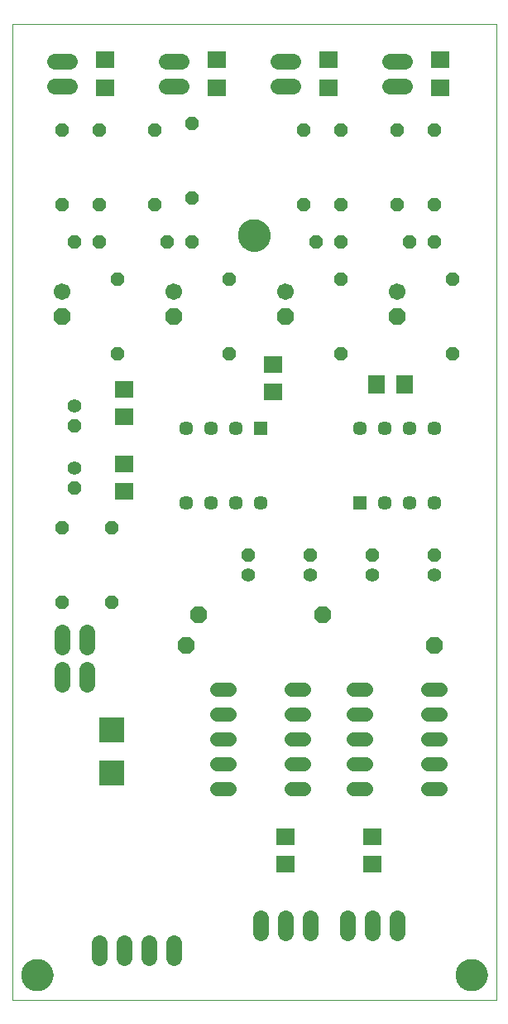
<source format=gbs>
G75*
%MOIN*%
%OFA0B0*%
%FSLAX24Y24*%
%IPPOS*%
%LPD*%
%AMOC8*
5,1,8,0,0,1.08239X$1,22.5*
%
%ADD10C,0.0000*%
%ADD11C,0.1300*%
%ADD12C,0.0640*%
%ADD13OC8,0.0560*%
%ADD14C,0.0560*%
%ADD15R,0.0749X0.0670*%
%ADD16OC8,0.0670*%
%ADD17C,0.0670*%
%ADD18R,0.0750X0.0670*%
%ADD19R,0.0985X0.0985*%
%ADD20C,0.0560*%
%ADD21R,0.0570X0.0570*%
%ADD22C,0.0570*%
%ADD23R,0.0670X0.0750*%
D10*
X000100Y000100D02*
X000100Y039350D01*
X019600Y039350D01*
X019600Y000100D01*
X000100Y000100D01*
X000470Y001100D02*
X000472Y001150D01*
X000478Y001200D01*
X000488Y001249D01*
X000502Y001297D01*
X000519Y001344D01*
X000540Y001389D01*
X000565Y001433D01*
X000593Y001474D01*
X000625Y001513D01*
X000659Y001550D01*
X000696Y001584D01*
X000736Y001614D01*
X000778Y001641D01*
X000822Y001665D01*
X000868Y001686D01*
X000915Y001702D01*
X000963Y001715D01*
X001013Y001724D01*
X001062Y001729D01*
X001113Y001730D01*
X001163Y001727D01*
X001212Y001720D01*
X001261Y001709D01*
X001309Y001694D01*
X001355Y001676D01*
X001400Y001654D01*
X001443Y001628D01*
X001484Y001599D01*
X001523Y001567D01*
X001559Y001532D01*
X001591Y001494D01*
X001621Y001454D01*
X001648Y001411D01*
X001671Y001367D01*
X001690Y001321D01*
X001706Y001273D01*
X001718Y001224D01*
X001726Y001175D01*
X001730Y001125D01*
X001730Y001075D01*
X001726Y001025D01*
X001718Y000976D01*
X001706Y000927D01*
X001690Y000879D01*
X001671Y000833D01*
X001648Y000789D01*
X001621Y000746D01*
X001591Y000706D01*
X001559Y000668D01*
X001523Y000633D01*
X001484Y000601D01*
X001443Y000572D01*
X001400Y000546D01*
X001355Y000524D01*
X001309Y000506D01*
X001261Y000491D01*
X001212Y000480D01*
X001163Y000473D01*
X001113Y000470D01*
X001062Y000471D01*
X001013Y000476D01*
X000963Y000485D01*
X000915Y000498D01*
X000868Y000514D01*
X000822Y000535D01*
X000778Y000559D01*
X000736Y000586D01*
X000696Y000616D01*
X000659Y000650D01*
X000625Y000687D01*
X000593Y000726D01*
X000565Y000767D01*
X000540Y000811D01*
X000519Y000856D01*
X000502Y000903D01*
X000488Y000951D01*
X000478Y001000D01*
X000472Y001050D01*
X000470Y001100D01*
X009220Y030850D02*
X009222Y030900D01*
X009228Y030950D01*
X009238Y030999D01*
X009252Y031047D01*
X009269Y031094D01*
X009290Y031139D01*
X009315Y031183D01*
X009343Y031224D01*
X009375Y031263D01*
X009409Y031300D01*
X009446Y031334D01*
X009486Y031364D01*
X009528Y031391D01*
X009572Y031415D01*
X009618Y031436D01*
X009665Y031452D01*
X009713Y031465D01*
X009763Y031474D01*
X009812Y031479D01*
X009863Y031480D01*
X009913Y031477D01*
X009962Y031470D01*
X010011Y031459D01*
X010059Y031444D01*
X010105Y031426D01*
X010150Y031404D01*
X010193Y031378D01*
X010234Y031349D01*
X010273Y031317D01*
X010309Y031282D01*
X010341Y031244D01*
X010371Y031204D01*
X010398Y031161D01*
X010421Y031117D01*
X010440Y031071D01*
X010456Y031023D01*
X010468Y030974D01*
X010476Y030925D01*
X010480Y030875D01*
X010480Y030825D01*
X010476Y030775D01*
X010468Y030726D01*
X010456Y030677D01*
X010440Y030629D01*
X010421Y030583D01*
X010398Y030539D01*
X010371Y030496D01*
X010341Y030456D01*
X010309Y030418D01*
X010273Y030383D01*
X010234Y030351D01*
X010193Y030322D01*
X010150Y030296D01*
X010105Y030274D01*
X010059Y030256D01*
X010011Y030241D01*
X009962Y030230D01*
X009913Y030223D01*
X009863Y030220D01*
X009812Y030221D01*
X009763Y030226D01*
X009713Y030235D01*
X009665Y030248D01*
X009618Y030264D01*
X009572Y030285D01*
X009528Y030309D01*
X009486Y030336D01*
X009446Y030366D01*
X009409Y030400D01*
X009375Y030437D01*
X009343Y030476D01*
X009315Y030517D01*
X009290Y030561D01*
X009269Y030606D01*
X009252Y030653D01*
X009238Y030701D01*
X009228Y030750D01*
X009222Y030800D01*
X009220Y030850D01*
X017970Y001100D02*
X017972Y001150D01*
X017978Y001200D01*
X017988Y001249D01*
X018002Y001297D01*
X018019Y001344D01*
X018040Y001389D01*
X018065Y001433D01*
X018093Y001474D01*
X018125Y001513D01*
X018159Y001550D01*
X018196Y001584D01*
X018236Y001614D01*
X018278Y001641D01*
X018322Y001665D01*
X018368Y001686D01*
X018415Y001702D01*
X018463Y001715D01*
X018513Y001724D01*
X018562Y001729D01*
X018613Y001730D01*
X018663Y001727D01*
X018712Y001720D01*
X018761Y001709D01*
X018809Y001694D01*
X018855Y001676D01*
X018900Y001654D01*
X018943Y001628D01*
X018984Y001599D01*
X019023Y001567D01*
X019059Y001532D01*
X019091Y001494D01*
X019121Y001454D01*
X019148Y001411D01*
X019171Y001367D01*
X019190Y001321D01*
X019206Y001273D01*
X019218Y001224D01*
X019226Y001175D01*
X019230Y001125D01*
X019230Y001075D01*
X019226Y001025D01*
X019218Y000976D01*
X019206Y000927D01*
X019190Y000879D01*
X019171Y000833D01*
X019148Y000789D01*
X019121Y000746D01*
X019091Y000706D01*
X019059Y000668D01*
X019023Y000633D01*
X018984Y000601D01*
X018943Y000572D01*
X018900Y000546D01*
X018855Y000524D01*
X018809Y000506D01*
X018761Y000491D01*
X018712Y000480D01*
X018663Y000473D01*
X018613Y000470D01*
X018562Y000471D01*
X018513Y000476D01*
X018463Y000485D01*
X018415Y000498D01*
X018368Y000514D01*
X018322Y000535D01*
X018278Y000559D01*
X018236Y000586D01*
X018196Y000616D01*
X018159Y000650D01*
X018125Y000687D01*
X018093Y000726D01*
X018065Y000767D01*
X018040Y000811D01*
X018019Y000856D01*
X018002Y000903D01*
X017988Y000951D01*
X017978Y001000D01*
X017972Y001050D01*
X017970Y001100D01*
D11*
X018600Y001100D03*
X009850Y030850D03*
X001100Y001100D03*
D12*
X003600Y001800D02*
X003600Y002400D01*
X004600Y002400D02*
X004600Y001800D01*
X005600Y001800D02*
X005600Y002400D01*
X006600Y002400D02*
X006600Y001800D01*
X010100Y002800D02*
X010100Y003400D01*
X011100Y003400D02*
X011100Y002800D01*
X012100Y002800D02*
X012100Y003400D01*
X013600Y003400D02*
X013600Y002800D01*
X014600Y002800D02*
X014600Y003400D01*
X015600Y003400D02*
X015600Y002800D01*
X003100Y012800D02*
X003100Y013400D01*
X003100Y014300D02*
X003100Y014900D01*
X002100Y014900D02*
X002100Y014300D01*
X002100Y013400D02*
X002100Y012800D01*
X002400Y036850D02*
X001800Y036850D01*
X001800Y037850D02*
X002400Y037850D01*
X006300Y037850D02*
X006900Y037850D01*
X006900Y036850D02*
X006300Y036850D01*
X010800Y036850D02*
X011400Y036850D01*
X011400Y037850D02*
X010800Y037850D01*
X015300Y037850D02*
X015900Y037850D01*
X015900Y036850D02*
X015300Y036850D01*
D13*
X015600Y035100D03*
X017100Y035100D03*
X017100Y032100D03*
X017100Y030600D03*
X017850Y029100D03*
X017850Y026100D03*
X016100Y030600D03*
X015600Y032100D03*
X013350Y032100D03*
X013350Y030600D03*
X013350Y029100D03*
X012350Y030600D03*
X011850Y032100D03*
X011850Y035100D03*
X013350Y035100D03*
X013350Y026100D03*
X012100Y018000D03*
X009600Y018000D03*
X008850Y026100D03*
X008850Y029100D03*
X007350Y030600D03*
X006350Y030600D03*
X005850Y032100D03*
X005850Y035100D03*
X007350Y035350D03*
X007350Y032350D03*
X004350Y029100D03*
X003600Y030600D03*
X003600Y032100D03*
X002600Y030600D03*
X002100Y032100D03*
X002100Y035100D03*
X003600Y035100D03*
X004350Y026100D03*
X002600Y023200D03*
X002600Y020700D03*
X002100Y019100D03*
X002100Y016100D03*
X004100Y016100D03*
X004100Y019100D03*
X014600Y018000D03*
X017100Y018000D03*
D14*
X017100Y017200D03*
X014600Y017200D03*
X012100Y017200D03*
X009600Y017200D03*
X002600Y021500D03*
X002600Y024000D03*
D15*
X004600Y023549D03*
X004600Y024651D03*
X004600Y021651D03*
X004600Y020549D03*
X010600Y024549D03*
X010600Y025651D03*
D16*
X011100Y027600D03*
X006600Y027600D03*
X002100Y027600D03*
X007600Y015600D03*
X007100Y014350D03*
X012600Y015600D03*
X017100Y014350D03*
X015600Y027600D03*
D17*
X015600Y028600D03*
X011100Y028600D03*
X006600Y028600D03*
X002100Y028600D03*
D18*
X003850Y036790D03*
X003850Y037910D03*
X008350Y037910D03*
X008350Y036790D03*
X012850Y036790D03*
X012850Y037910D03*
X017350Y037910D03*
X017350Y036790D03*
X014600Y006660D03*
X014600Y005540D03*
X011100Y005540D03*
X011100Y006660D03*
D19*
X004100Y009234D03*
X004100Y010966D03*
D20*
X008340Y010600D02*
X008860Y010600D01*
X008860Y009600D02*
X008340Y009600D01*
X008340Y008600D02*
X008860Y008600D01*
X008860Y011600D02*
X008340Y011600D01*
X008340Y012600D02*
X008860Y012600D01*
X011340Y012600D02*
X011860Y012600D01*
X011860Y011600D02*
X011340Y011600D01*
X011340Y010600D02*
X011860Y010600D01*
X011860Y009600D02*
X011340Y009600D01*
X011340Y008600D02*
X011860Y008600D01*
X013840Y008600D02*
X014360Y008600D01*
X014360Y009600D02*
X013840Y009600D01*
X013840Y010600D02*
X014360Y010600D01*
X014360Y011600D02*
X013840Y011600D01*
X013840Y012600D02*
X014360Y012600D01*
X016840Y012600D02*
X017360Y012600D01*
X017360Y011600D02*
X016840Y011600D01*
X016840Y010600D02*
X017360Y010600D01*
X017360Y009600D02*
X016840Y009600D01*
X016840Y008600D02*
X017360Y008600D01*
D21*
X014100Y020100D03*
X010100Y023100D03*
D22*
X009100Y023100D03*
X008100Y023100D03*
X007100Y023100D03*
X007100Y020100D03*
X008100Y020100D03*
X009100Y020100D03*
X010100Y020100D03*
X014100Y023100D03*
X015100Y023100D03*
X016100Y023100D03*
X017100Y023100D03*
X017100Y020100D03*
X016100Y020100D03*
X015100Y020100D03*
D23*
X014790Y024850D03*
X015910Y024850D03*
M02*

</source>
